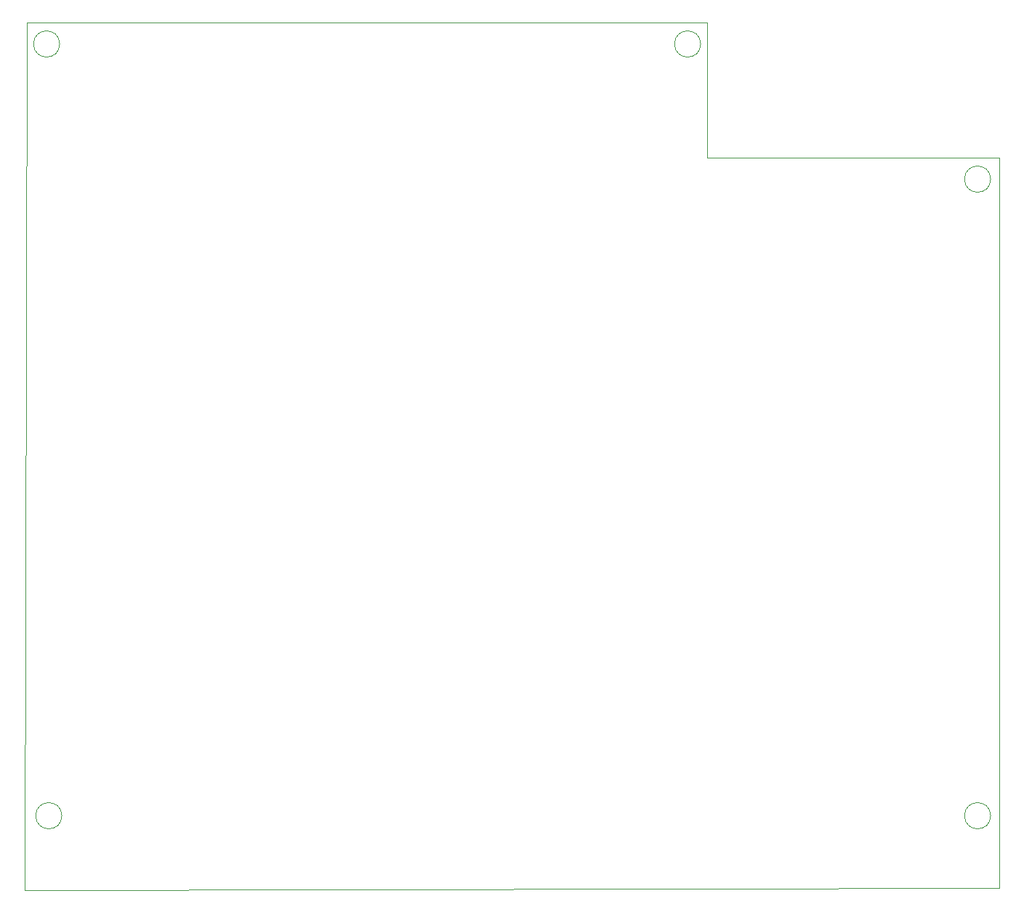
<source format=gbr>
%TF.GenerationSoftware,KiCad,Pcbnew,7.0.10*%
%TF.CreationDate,2024-02-05T14:27:59-07:00*%
%TF.ProjectId,pcbdraft-1,70636264-7261-4667-942d-312e6b696361,rev?*%
%TF.SameCoordinates,Original*%
%TF.FileFunction,Profile,NP*%
%FSLAX46Y46*%
G04 Gerber Fmt 4.6, Leading zero omitted, Abs format (unit mm)*
G04 Created by KiCad (PCBNEW 7.0.10) date 2024-02-05 14:27:59*
%MOMM*%
%LPD*%
G01*
G04 APERTURE LIST*
%TA.AperFunction,Profile*%
%ADD10C,0.100000*%
%TD*%
G04 APERTURE END LIST*
D10*
X176784000Y-35560000D02*
X176784000Y-120650000D01*
X141986000Y-22352000D02*
G75*
G03*
X138938000Y-22352000I-1524000J0D01*
G01*
X138938000Y-22352000D02*
G75*
G03*
X141986000Y-22352000I1524000J0D01*
G01*
X142748000Y-35560000D02*
X176784000Y-35560000D01*
X63246000Y-120904000D02*
X63500000Y-19812000D01*
X175768000Y-38100000D02*
G75*
G03*
X172720000Y-38100000I-1524000J0D01*
G01*
X172720000Y-38100000D02*
G75*
G03*
X175768000Y-38100000I1524000J0D01*
G01*
X139700000Y-19812000D02*
X63500000Y-19812000D01*
X67310000Y-22352000D02*
G75*
G03*
X64262000Y-22352000I-1524000J0D01*
G01*
X64262000Y-22352000D02*
G75*
G03*
X67310000Y-22352000I1524000J0D01*
G01*
X142748000Y-19812000D02*
X142748000Y-35560000D01*
X139700000Y-19812000D02*
X142748000Y-19812000D01*
X175768000Y-112268000D02*
G75*
G03*
X172720000Y-112268000I-1524000J0D01*
G01*
X172720000Y-112268000D02*
G75*
G03*
X175768000Y-112268000I1524000J0D01*
G01*
X176784000Y-120650000D02*
X63246000Y-120904000D01*
X67564000Y-112268000D02*
G75*
G03*
X64516000Y-112268000I-1524000J0D01*
G01*
X64516000Y-112268000D02*
G75*
G03*
X67564000Y-112268000I1524000J0D01*
G01*
M02*

</source>
